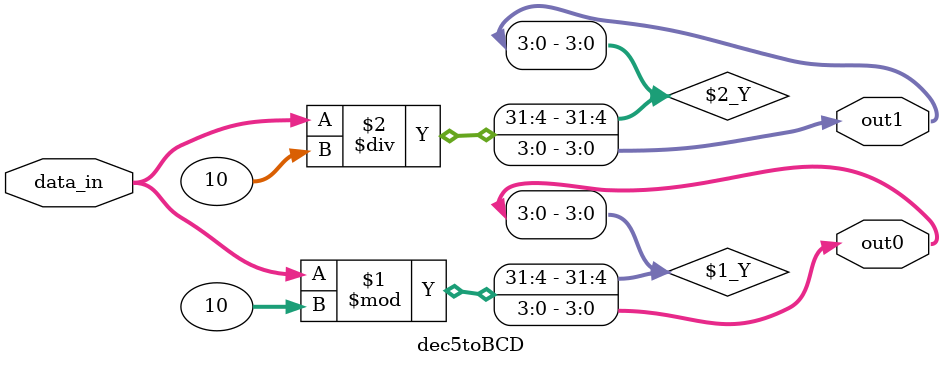
<source format=v>
module dec5toBCD(data_in, out1, out0);
	
	input [4:0] data_in;
	output [3:0] out1, out0;
	
	assign out0 = data_in % 10;
	assign out1 = data_in / 10;
	
endmodule 
</source>
